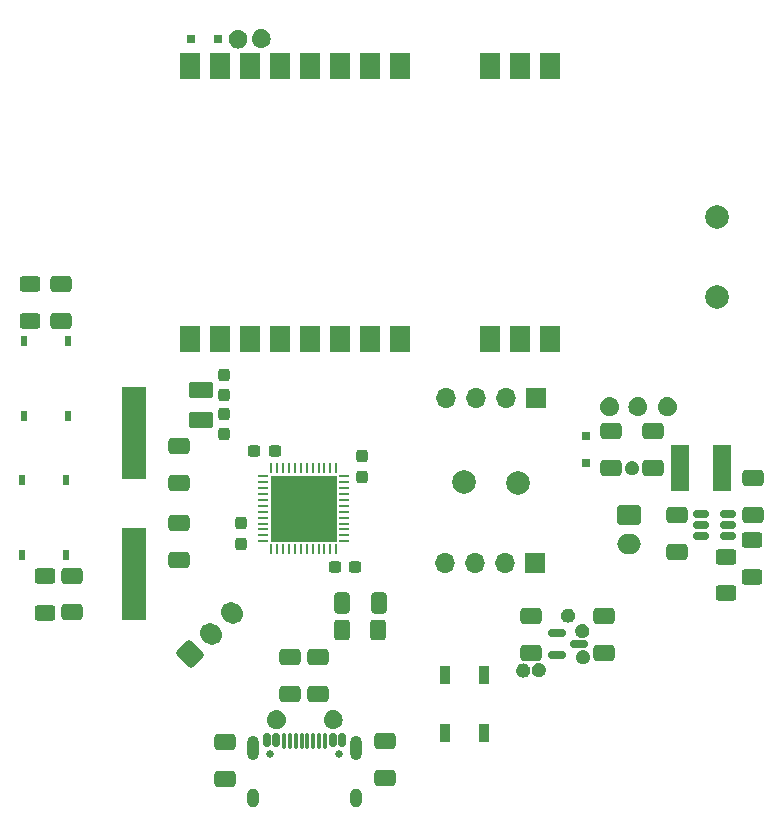
<source format=gts>
G04 #@! TF.GenerationSoftware,KiCad,Pcbnew,8.0.5*
G04 #@! TF.CreationDate,2025-03-07T10:13:00-08:00*
G04 #@! TF.ProjectId,Telemetry PCB V2,54656c65-6d65-4747-9279-205043422056,rev?*
G04 #@! TF.SameCoordinates,Original*
G04 #@! TF.FileFunction,Soldermask,Top*
G04 #@! TF.FilePolarity,Negative*
%FSLAX46Y46*%
G04 Gerber Fmt 4.6, Leading zero omitted, Abs format (unit mm)*
G04 Created by KiCad (PCBNEW 8.0.5) date 2025-03-07 10:13:00*
%MOMM*%
%LPD*%
G01*
G04 APERTURE LIST*
G04 Aperture macros list*
%AMRoundRect*
0 Rectangle with rounded corners*
0 $1 Rounding radius*
0 $2 $3 $4 $5 $6 $7 $8 $9 X,Y pos of 4 corners*
0 Add a 4 corners polygon primitive as box body*
4,1,4,$2,$3,$4,$5,$6,$7,$8,$9,$2,$3,0*
0 Add four circle primitives for the rounded corners*
1,1,$1+$1,$2,$3*
1,1,$1+$1,$4,$5*
1,1,$1+$1,$6,$7*
1,1,$1+$1,$8,$9*
0 Add four rect primitives between the rounded corners*
20,1,$1+$1,$2,$3,$4,$5,0*
20,1,$1+$1,$4,$5,$6,$7,0*
20,1,$1+$1,$6,$7,$8,$9,0*
20,1,$1+$1,$8,$9,$2,$3,0*%
%AMHorizOval*
0 Thick line with rounded ends*
0 $1 width*
0 $2 $3 position (X,Y) of the first rounded end (center of the circle)*
0 $4 $5 position (X,Y) of the second rounded end (center of the circle)*
0 Add line between two ends*
20,1,$1,$2,$3,$4,$5,0*
0 Add two circle primitives to create the rounded ends*
1,1,$1,$2,$3*
1,1,$1,$4,$5*%
G04 Aperture macros list end*
%ADD10RoundRect,0.250000X0.650000X-0.412500X0.650000X0.412500X-0.650000X0.412500X-0.650000X-0.412500X0*%
%ADD11RoundRect,0.062500X-0.375000X-0.062500X0.375000X-0.062500X0.375000X0.062500X-0.375000X0.062500X0*%
%ADD12RoundRect,0.062500X-0.062500X-0.375000X0.062500X-0.375000X0.062500X0.375000X-0.062500X0.375000X0*%
%ADD13R,5.600000X5.600000*%
%ADD14R,0.711200X0.711200*%
%ADD15RoundRect,0.250000X-0.625000X0.400000X-0.625000X-0.400000X0.625000X-0.400000X0.625000X0.400000X0*%
%ADD16RoundRect,0.237500X0.237500X-0.300000X0.237500X0.300000X-0.237500X0.300000X-0.237500X-0.300000X0*%
%ADD17C,0.650000*%
%ADD18RoundRect,0.150000X-0.150000X-0.435000X0.150000X-0.435000X0.150000X0.435000X-0.150000X0.435000X0*%
%ADD19RoundRect,0.150000X-0.150000X-0.447500X0.150000X-0.447500X0.150000X0.447500X-0.150000X0.447500X0*%
%ADD20RoundRect,0.075000X-0.075000X-0.575000X0.075000X-0.575000X0.075000X0.575000X-0.075000X0.575000X0*%
%ADD21O,1.000000X2.100000*%
%ADD22O,1.000000X1.600000*%
%ADD23C,2.000000*%
%ADD24RoundRect,0.250000X-0.650000X0.412500X-0.650000X-0.412500X0.650000X-0.412500X0.650000X0.412500X0*%
%ADD25R,1.498600X3.987800*%
%ADD26R,1.700000X1.700000*%
%ADD27O,1.700000X1.700000*%
%ADD28RoundRect,0.250000X0.625000X-0.400000X0.625000X0.400000X-0.625000X0.400000X-0.625000X-0.400000X0*%
%ADD29RoundRect,0.237500X-0.237500X0.300000X-0.237500X-0.300000X0.237500X-0.300000X0.237500X0.300000X0*%
%ADD30RoundRect,0.102000X0.755000X-1.040000X0.755000X1.040000X-0.755000X1.040000X-0.755000X-1.040000X0*%
%ADD31R,0.558800X0.950500*%
%ADD32RoundRect,0.150000X-0.587500X-0.150000X0.587500X-0.150000X0.587500X0.150000X-0.587500X0.150000X0*%
%ADD33RoundRect,0.250000X0.400000X0.625000X-0.400000X0.625000X-0.400000X-0.625000X0.400000X-0.625000X0*%
%ADD34RoundRect,0.102000X-0.950000X0.550000X-0.950000X-0.550000X0.950000X-0.550000X0.950000X0.550000X0*%
%ADD35R,2.000000X7.875000*%
%ADD36RoundRect,0.237500X-0.300000X-0.237500X0.300000X-0.237500X0.300000X0.237500X-0.300000X0.237500X0*%
%ADD37RoundRect,0.237500X0.300000X0.237500X-0.300000X0.237500X-0.300000X-0.237500X0.300000X-0.237500X0*%
%ADD38RoundRect,0.250000X0.412500X0.650000X-0.412500X0.650000X-0.412500X-0.650000X0.412500X-0.650000X0*%
%ADD39RoundRect,0.150000X-0.512500X-0.150000X0.512500X-0.150000X0.512500X0.150000X-0.512500X0.150000X0*%
%ADD40RoundRect,0.250000X0.088388X-0.936916X0.936916X-0.088388X-0.088388X0.936916X-0.936916X0.088388X0*%
%ADD41HorizOval,1.700000X-0.088388X0.088388X0.088388X-0.088388X0*%
%ADD42RoundRect,0.090000X0.360000X-0.660000X0.360000X0.660000X-0.360000X0.660000X-0.360000X-0.660000X0*%
%ADD43RoundRect,0.250000X-0.750000X0.600000X-0.750000X-0.600000X0.750000X-0.600000X0.750000X0.600000X0*%
%ADD44O,2.000000X1.700000*%
G04 APERTURE END LIST*
D10*
X169875000Y-103579999D03*
X169875000Y-100454999D03*
D11*
X147175000Y-88610000D03*
X147175000Y-89110000D03*
X147175000Y-89610000D03*
X147175000Y-90110000D03*
X147175000Y-90610000D03*
X147175000Y-91110000D03*
X147175000Y-91610000D03*
X147175000Y-92110000D03*
X147175000Y-92610000D03*
X147175000Y-93110000D03*
X147175000Y-93610000D03*
X147175000Y-94110000D03*
D12*
X147862500Y-94797500D03*
X148362500Y-94797500D03*
X148862500Y-94797500D03*
X149362500Y-94797500D03*
X149862500Y-94797500D03*
X150362500Y-94797500D03*
X150862500Y-94797500D03*
X151362500Y-94797500D03*
X151862500Y-94797500D03*
X152362500Y-94797500D03*
X152862500Y-94797500D03*
X153362500Y-94797500D03*
D11*
X154050000Y-94110000D03*
X154050000Y-93610000D03*
X154050000Y-93110000D03*
X154050000Y-92610000D03*
X154050000Y-92110000D03*
X154050000Y-91610000D03*
X154050000Y-91110000D03*
X154050000Y-90610000D03*
X154050000Y-90110000D03*
X154050000Y-89610000D03*
X154050000Y-89110000D03*
X154050000Y-88610000D03*
D12*
X153362500Y-87922500D03*
X152862500Y-87922500D03*
X152362500Y-87922500D03*
X151862500Y-87922500D03*
X151362500Y-87922500D03*
X150862500Y-87922500D03*
X150362500Y-87922500D03*
X149862500Y-87922500D03*
X149362500Y-87922500D03*
X148862500Y-87922500D03*
X148362500Y-87922500D03*
X147862500Y-87922500D03*
D13*
X150612500Y-91360000D03*
D14*
X143330000Y-51550000D03*
X141044000Y-51550000D03*
D10*
X143925000Y-114200000D03*
X143925000Y-111075000D03*
D15*
X188590000Y-93989999D03*
X188590000Y-97090001D03*
D16*
X145288000Y-94308001D03*
X145288000Y-92583001D03*
D17*
X147785000Y-112150000D03*
X153565000Y-112150000D03*
D18*
X147475000Y-110945000D03*
D19*
X148275000Y-110957500D03*
D20*
X149425000Y-111010000D03*
X150425000Y-111010000D03*
X150925000Y-111010000D03*
X151925000Y-111010000D03*
D19*
X153075000Y-110957500D03*
D18*
X153875000Y-110945000D03*
X153875000Y-110945000D03*
D19*
X153075000Y-110957500D03*
D20*
X152425000Y-111010000D03*
X151425000Y-111010000D03*
X149925000Y-111010000D03*
X148925000Y-111010000D03*
D19*
X148275000Y-110957500D03*
D18*
X147475000Y-110945000D03*
D21*
X146355000Y-111650000D03*
D22*
X146355000Y-115830000D03*
D21*
X154995000Y-111650000D03*
D22*
X154995000Y-115830000D03*
D23*
X168770000Y-89190000D03*
D24*
X130990000Y-97010000D03*
X130990000Y-100135000D03*
X149480000Y-103875000D03*
X149480000Y-107000000D03*
D10*
X157450000Y-114180000D03*
X157450000Y-111055000D03*
D25*
X186025000Y-87900000D03*
X182443600Y-87900000D03*
D26*
X170256396Y-82010000D03*
D27*
X167716396Y-82010000D03*
X165176396Y-82010000D03*
X162636396Y-82010000D03*
D28*
X128720000Y-100160000D03*
X128720000Y-97060000D03*
D10*
X188620000Y-91870000D03*
X188620000Y-88745000D03*
D29*
X143870000Y-83315002D03*
X143870000Y-85040002D03*
D30*
X171425000Y-53857500D03*
X168885000Y-53857500D03*
X166345000Y-53857500D03*
X158745000Y-53857500D03*
X156205000Y-53857500D03*
X153665000Y-53857500D03*
X151125000Y-53857500D03*
X148585000Y-53857500D03*
X146045000Y-53857500D03*
X143505000Y-53857500D03*
X140965000Y-53857500D03*
X140965000Y-77007500D03*
X143505000Y-77007500D03*
X146045000Y-77007500D03*
X148585000Y-77007500D03*
X151125000Y-77007500D03*
X153665000Y-77007500D03*
X156205000Y-77007500D03*
X158745000Y-77007500D03*
X166345000Y-77007500D03*
X168885000Y-77007500D03*
X171425000Y-77007500D03*
D31*
X126750002Y-95270698D03*
X130450000Y-95270698D03*
X130450000Y-88910000D03*
X126750002Y-88910000D03*
D32*
X172049999Y-101839999D03*
X172049999Y-103739999D03*
X173925000Y-102789999D03*
D24*
X130049999Y-72357849D03*
X130049999Y-75482849D03*
D33*
X156925000Y-101600000D03*
X153825000Y-101600000D03*
D34*
X141910000Y-81320001D03*
X141910000Y-83820001D03*
D35*
X136275000Y-84974999D03*
X136275000Y-96849999D03*
D36*
X153214999Y-96266000D03*
X154939999Y-96266000D03*
D29*
X155575000Y-86920999D03*
X155575000Y-88645999D03*
D10*
X140075000Y-89150000D03*
X140075000Y-86025000D03*
D15*
X186320000Y-95400000D03*
X186320000Y-98500002D03*
D37*
X148156001Y-86487000D03*
X146431001Y-86487000D03*
D29*
X143860000Y-80015002D03*
X143860000Y-81740002D03*
D26*
X170220000Y-95970000D03*
D27*
X167680000Y-95970000D03*
X165140001Y-95970000D03*
X162600000Y-95970000D03*
D14*
X174501400Y-85193601D03*
X174501400Y-87479601D03*
D10*
X180172501Y-87904601D03*
X180172501Y-84779601D03*
D38*
X156950000Y-99300000D03*
X153825000Y-99300000D03*
D24*
X140075000Y-92550000D03*
X140075000Y-95675000D03*
D31*
X130609999Y-77129651D03*
X126910001Y-77129651D03*
X126910001Y-83490349D03*
X130609999Y-83490349D03*
D39*
X184253899Y-91799600D03*
X184253899Y-92749600D03*
X184253899Y-93699600D03*
X186528899Y-93699600D03*
X186528899Y-92749600D03*
X186528899Y-91799600D03*
D24*
X151800000Y-103875000D03*
X151800000Y-107000000D03*
D40*
X140964466Y-103685534D03*
D41*
X142732233Y-101917767D03*
X144500000Y-100150000D03*
D42*
X162550000Y-110325000D03*
X165850000Y-110325000D03*
X165850000Y-105425000D03*
X162550000Y-105425000D03*
D15*
X127399999Y-72350349D03*
X127399999Y-75450349D03*
D10*
X176620000Y-87904601D03*
X176620000Y-84779601D03*
D23*
X164170000Y-89120000D03*
D10*
X182178899Y-95004601D03*
X182178899Y-91879601D03*
X176065000Y-103550000D03*
X176065000Y-100425000D03*
D23*
X185580000Y-73410000D03*
X185630000Y-66660000D03*
D43*
X178178899Y-91879602D03*
D44*
X178178899Y-94379602D03*
G36*
X181564130Y-81918493D02*
G01*
X181591201Y-81924671D01*
X181733921Y-81974611D01*
X181758938Y-81986659D01*
X181886963Y-82067102D01*
X181908672Y-82084415D01*
X182015584Y-82191327D01*
X182032897Y-82213036D01*
X182113340Y-82341061D01*
X182125388Y-82366078D01*
X182175328Y-82508798D01*
X182181506Y-82535869D01*
X182198435Y-82686116D01*
X182198435Y-82713884D01*
X182181506Y-82864130D01*
X182175328Y-82891201D01*
X182125388Y-83033921D01*
X182113340Y-83058938D01*
X182032897Y-83186963D01*
X182015584Y-83208672D01*
X181908672Y-83315584D01*
X181886963Y-83332897D01*
X181758938Y-83413340D01*
X181733921Y-83425388D01*
X181591201Y-83475328D01*
X181564130Y-83481506D01*
X181413884Y-83498435D01*
X181386116Y-83498435D01*
X181235869Y-83481506D01*
X181208798Y-83475328D01*
X181066078Y-83425388D01*
X181041061Y-83413340D01*
X180913036Y-83332897D01*
X180891327Y-83315584D01*
X180784415Y-83208672D01*
X180767102Y-83186963D01*
X180686659Y-83058938D01*
X180674611Y-83033921D01*
X180624671Y-82891201D01*
X180618493Y-82864130D01*
X180601564Y-82713884D01*
X180601564Y-82686116D01*
X180618493Y-82535869D01*
X180624671Y-82508798D01*
X180674611Y-82366078D01*
X180686659Y-82341061D01*
X180767102Y-82213036D01*
X180784415Y-82191327D01*
X180891327Y-82084415D01*
X180913036Y-82067102D01*
X181041061Y-81986659D01*
X181066078Y-81974611D01*
X181208798Y-81924671D01*
X181235869Y-81918493D01*
X181386116Y-81901564D01*
X181413884Y-81901564D01*
X181564130Y-81918493D01*
G37*
G36*
X173139107Y-99818314D02*
G01*
X173170374Y-99826692D01*
X173284917Y-99874137D01*
X173312950Y-99890322D01*
X173411312Y-99965797D01*
X173434202Y-99988687D01*
X173509677Y-100087049D01*
X173525862Y-100115082D01*
X173573307Y-100229625D01*
X173581685Y-100260892D01*
X173597869Y-100383814D01*
X173597869Y-100416186D01*
X173581685Y-100539107D01*
X173573307Y-100570374D01*
X173525862Y-100684917D01*
X173509677Y-100712950D01*
X173434202Y-100811312D01*
X173411312Y-100834202D01*
X173312950Y-100909677D01*
X173284917Y-100925862D01*
X173170374Y-100973307D01*
X173139107Y-100981685D01*
X173016186Y-100997869D01*
X172983814Y-100997869D01*
X172860892Y-100981685D01*
X172829625Y-100973307D01*
X172715082Y-100925862D01*
X172687049Y-100909677D01*
X172588687Y-100834202D01*
X172565797Y-100811312D01*
X172490322Y-100712950D01*
X172474137Y-100684917D01*
X172426692Y-100570374D01*
X172418314Y-100539107D01*
X172402130Y-100416186D01*
X172402130Y-100383814D01*
X172418314Y-100260892D01*
X172426692Y-100229625D01*
X172474137Y-100115082D01*
X172490322Y-100087049D01*
X172565797Y-99988687D01*
X172588687Y-99965797D01*
X172687049Y-99890322D01*
X172715082Y-99874137D01*
X172829625Y-99826692D01*
X172860892Y-99818314D01*
X172983814Y-99802130D01*
X173016186Y-99802130D01*
X173139107Y-99818314D01*
G37*
G36*
X174339107Y-101118314D02*
G01*
X174370374Y-101126692D01*
X174484917Y-101174137D01*
X174512950Y-101190322D01*
X174611312Y-101265797D01*
X174634202Y-101288687D01*
X174709677Y-101387049D01*
X174725862Y-101415082D01*
X174773307Y-101529625D01*
X174781685Y-101560892D01*
X174797869Y-101683814D01*
X174797869Y-101716186D01*
X174781685Y-101839107D01*
X174773307Y-101870374D01*
X174725862Y-101984917D01*
X174709677Y-102012950D01*
X174634202Y-102111312D01*
X174611312Y-102134202D01*
X174512950Y-102209677D01*
X174484917Y-102225862D01*
X174370374Y-102273307D01*
X174339107Y-102281685D01*
X174216186Y-102297869D01*
X174183814Y-102297869D01*
X174060892Y-102281685D01*
X174029625Y-102273307D01*
X173915082Y-102225862D01*
X173887049Y-102209677D01*
X173788687Y-102134202D01*
X173765797Y-102111312D01*
X173690322Y-102012950D01*
X173674137Y-101984917D01*
X173626692Y-101870374D01*
X173618314Y-101839107D01*
X173602130Y-101716186D01*
X173602130Y-101683814D01*
X173618314Y-101560892D01*
X173626692Y-101529625D01*
X173674137Y-101415082D01*
X173690322Y-101387049D01*
X173765797Y-101288687D01*
X173788687Y-101265797D01*
X173887049Y-101190322D01*
X173915082Y-101174137D01*
X174029625Y-101126692D01*
X174060892Y-101118314D01*
X174183814Y-101102130D01*
X174216186Y-101102130D01*
X174339107Y-101118314D01*
G37*
G36*
X178539107Y-87318314D02*
G01*
X178570374Y-87326692D01*
X178684917Y-87374137D01*
X178712950Y-87390322D01*
X178811312Y-87465797D01*
X178834202Y-87488687D01*
X178909677Y-87587049D01*
X178925862Y-87615082D01*
X178973307Y-87729625D01*
X178981685Y-87760892D01*
X178997869Y-87883814D01*
X178997869Y-87916186D01*
X178981685Y-88039107D01*
X178973307Y-88070374D01*
X178925862Y-88184917D01*
X178909677Y-88212950D01*
X178834202Y-88311312D01*
X178811312Y-88334202D01*
X178712950Y-88409677D01*
X178684917Y-88425862D01*
X178570374Y-88473307D01*
X178539107Y-88481685D01*
X178416186Y-88497869D01*
X178383814Y-88497869D01*
X178260892Y-88481685D01*
X178229625Y-88473307D01*
X178115082Y-88425862D01*
X178087049Y-88409677D01*
X177988687Y-88334202D01*
X177965797Y-88311312D01*
X177890322Y-88212950D01*
X177874137Y-88184917D01*
X177826692Y-88070374D01*
X177818314Y-88039107D01*
X177802130Y-87916186D01*
X177802130Y-87883814D01*
X177818314Y-87760892D01*
X177826692Y-87729625D01*
X177874137Y-87615082D01*
X177890322Y-87587049D01*
X177965797Y-87488687D01*
X177988687Y-87465797D01*
X178087049Y-87390322D01*
X178115082Y-87374137D01*
X178229625Y-87326692D01*
X178260892Y-87318314D01*
X178383814Y-87302130D01*
X178416186Y-87302130D01*
X178539107Y-87318314D01*
G37*
G36*
X148464130Y-108418493D02*
G01*
X148491201Y-108424671D01*
X148633921Y-108474611D01*
X148658938Y-108486659D01*
X148786963Y-108567102D01*
X148808672Y-108584415D01*
X148915584Y-108691327D01*
X148932897Y-108713036D01*
X149013340Y-108841061D01*
X149025388Y-108866078D01*
X149075328Y-109008798D01*
X149081506Y-109035869D01*
X149098435Y-109186116D01*
X149098435Y-109213884D01*
X149081506Y-109364130D01*
X149075328Y-109391201D01*
X149025388Y-109533921D01*
X149013340Y-109558938D01*
X148932897Y-109686963D01*
X148915584Y-109708672D01*
X148808672Y-109815584D01*
X148786963Y-109832897D01*
X148658938Y-109913340D01*
X148633921Y-109925388D01*
X148491201Y-109975328D01*
X148464130Y-109981506D01*
X148313884Y-109998435D01*
X148286116Y-109998435D01*
X148135869Y-109981506D01*
X148108798Y-109975328D01*
X147966078Y-109925388D01*
X147941061Y-109913340D01*
X147813036Y-109832897D01*
X147791327Y-109815584D01*
X147684415Y-109708672D01*
X147667102Y-109686963D01*
X147586659Y-109558938D01*
X147574611Y-109533921D01*
X147524671Y-109391201D01*
X147518493Y-109364130D01*
X147501564Y-109213884D01*
X147501564Y-109186116D01*
X147518493Y-109035869D01*
X147524671Y-109008798D01*
X147574611Y-108866078D01*
X147586659Y-108841061D01*
X147667102Y-108713036D01*
X147684415Y-108691327D01*
X147791327Y-108584415D01*
X147813036Y-108567102D01*
X147941061Y-108486659D01*
X147966078Y-108474611D01*
X148108798Y-108424671D01*
X148135869Y-108418493D01*
X148286116Y-108401564D01*
X148313884Y-108401564D01*
X148464130Y-108418493D01*
G37*
G36*
X170639107Y-104418314D02*
G01*
X170670374Y-104426692D01*
X170784917Y-104474137D01*
X170812950Y-104490322D01*
X170911312Y-104565797D01*
X170934202Y-104588687D01*
X171009677Y-104687049D01*
X171025862Y-104715082D01*
X171073307Y-104829625D01*
X171081685Y-104860892D01*
X171097869Y-104983814D01*
X171097869Y-105016186D01*
X171081685Y-105139107D01*
X171073307Y-105170374D01*
X171025862Y-105284917D01*
X171009677Y-105312950D01*
X170934202Y-105411312D01*
X170911312Y-105434202D01*
X170812950Y-105509677D01*
X170784917Y-105525862D01*
X170670374Y-105573307D01*
X170639107Y-105581685D01*
X170516186Y-105597869D01*
X170483814Y-105597869D01*
X170360892Y-105581685D01*
X170329625Y-105573307D01*
X170215082Y-105525862D01*
X170187049Y-105509677D01*
X170088687Y-105434202D01*
X170065797Y-105411312D01*
X169990322Y-105312950D01*
X169974137Y-105284917D01*
X169926692Y-105170374D01*
X169918314Y-105139107D01*
X169902130Y-105016186D01*
X169902130Y-104983814D01*
X169918314Y-104860892D01*
X169926692Y-104829625D01*
X169974137Y-104715082D01*
X169990322Y-104687049D01*
X170065797Y-104588687D01*
X170088687Y-104565797D01*
X170187049Y-104490322D01*
X170215082Y-104474137D01*
X170329625Y-104426692D01*
X170360892Y-104418314D01*
X170483814Y-104402130D01*
X170516186Y-104402130D01*
X170639107Y-104418314D01*
G37*
G36*
X145214130Y-50818493D02*
G01*
X145241201Y-50824671D01*
X145383921Y-50874611D01*
X145408938Y-50886659D01*
X145536963Y-50967102D01*
X145558672Y-50984415D01*
X145665584Y-51091327D01*
X145682897Y-51113036D01*
X145763340Y-51241061D01*
X145775388Y-51266078D01*
X145825328Y-51408798D01*
X145831506Y-51435869D01*
X145848435Y-51586116D01*
X145848435Y-51613884D01*
X145831506Y-51764130D01*
X145825328Y-51791201D01*
X145775388Y-51933921D01*
X145763340Y-51958938D01*
X145682897Y-52086963D01*
X145665584Y-52108672D01*
X145558672Y-52215584D01*
X145536963Y-52232897D01*
X145408938Y-52313340D01*
X145383921Y-52325388D01*
X145241201Y-52375328D01*
X145214130Y-52381506D01*
X145063884Y-52398435D01*
X145036116Y-52398435D01*
X144885869Y-52381506D01*
X144858798Y-52375328D01*
X144716078Y-52325388D01*
X144691061Y-52313340D01*
X144563036Y-52232897D01*
X144541327Y-52215584D01*
X144434415Y-52108672D01*
X144417102Y-52086963D01*
X144336659Y-51958938D01*
X144324611Y-51933921D01*
X144274671Y-51791201D01*
X144268493Y-51764130D01*
X144251564Y-51613884D01*
X144251564Y-51586116D01*
X144268493Y-51435869D01*
X144274671Y-51408798D01*
X144324611Y-51266078D01*
X144336659Y-51241061D01*
X144417102Y-51113036D01*
X144434415Y-51091327D01*
X144541327Y-50984415D01*
X144563036Y-50967102D01*
X144691061Y-50886659D01*
X144716078Y-50874611D01*
X144858798Y-50824671D01*
X144885869Y-50818493D01*
X145036116Y-50801564D01*
X145063884Y-50801564D01*
X145214130Y-50818493D01*
G37*
G36*
X169339107Y-104468314D02*
G01*
X169370374Y-104476692D01*
X169484917Y-104524137D01*
X169512950Y-104540322D01*
X169611312Y-104615797D01*
X169634202Y-104638687D01*
X169709677Y-104737049D01*
X169725862Y-104765082D01*
X169773307Y-104879625D01*
X169781685Y-104910892D01*
X169797869Y-105033814D01*
X169797869Y-105066186D01*
X169781685Y-105189107D01*
X169773307Y-105220374D01*
X169725862Y-105334917D01*
X169709677Y-105362950D01*
X169634202Y-105461312D01*
X169611312Y-105484202D01*
X169512950Y-105559677D01*
X169484917Y-105575862D01*
X169370374Y-105623307D01*
X169339107Y-105631685D01*
X169216186Y-105647869D01*
X169183814Y-105647869D01*
X169060892Y-105631685D01*
X169029625Y-105623307D01*
X168915082Y-105575862D01*
X168887049Y-105559677D01*
X168788687Y-105484202D01*
X168765797Y-105461312D01*
X168690322Y-105362950D01*
X168674137Y-105334917D01*
X168626692Y-105220374D01*
X168618314Y-105189107D01*
X168602130Y-105066186D01*
X168602130Y-105033814D01*
X168618314Y-104910892D01*
X168626692Y-104879625D01*
X168674137Y-104765082D01*
X168690322Y-104737049D01*
X168765797Y-104638687D01*
X168788687Y-104615797D01*
X168887049Y-104540322D01*
X168915082Y-104524137D01*
X169029625Y-104476692D01*
X169060892Y-104468314D01*
X169183814Y-104452130D01*
X169216186Y-104452130D01*
X169339107Y-104468314D01*
G37*
G36*
X153264130Y-108418493D02*
G01*
X153291201Y-108424671D01*
X153433921Y-108474611D01*
X153458938Y-108486659D01*
X153586963Y-108567102D01*
X153608672Y-108584415D01*
X153715584Y-108691327D01*
X153732897Y-108713036D01*
X153813340Y-108841061D01*
X153825388Y-108866078D01*
X153875328Y-109008798D01*
X153881506Y-109035869D01*
X153898435Y-109186116D01*
X153898435Y-109213884D01*
X153881506Y-109364130D01*
X153875328Y-109391201D01*
X153825388Y-109533921D01*
X153813340Y-109558938D01*
X153732897Y-109686963D01*
X153715584Y-109708672D01*
X153608672Y-109815584D01*
X153586963Y-109832897D01*
X153458938Y-109913340D01*
X153433921Y-109925388D01*
X153291201Y-109975328D01*
X153264130Y-109981506D01*
X153113884Y-109998435D01*
X153086116Y-109998435D01*
X152935869Y-109981506D01*
X152908798Y-109975328D01*
X152766078Y-109925388D01*
X152741061Y-109913340D01*
X152613036Y-109832897D01*
X152591327Y-109815584D01*
X152484415Y-109708672D01*
X152467102Y-109686963D01*
X152386659Y-109558938D01*
X152374611Y-109533921D01*
X152324671Y-109391201D01*
X152318493Y-109364130D01*
X152301564Y-109213884D01*
X152301564Y-109186116D01*
X152318493Y-109035869D01*
X152324671Y-109008798D01*
X152374611Y-108866078D01*
X152386659Y-108841061D01*
X152467102Y-108713036D01*
X152484415Y-108691327D01*
X152591327Y-108584415D01*
X152613036Y-108567102D01*
X152741061Y-108486659D01*
X152766078Y-108474611D01*
X152908798Y-108424671D01*
X152935869Y-108418493D01*
X153086116Y-108401564D01*
X153113884Y-108401564D01*
X153264130Y-108418493D01*
G37*
G36*
X179064130Y-81918493D02*
G01*
X179091201Y-81924671D01*
X179233921Y-81974611D01*
X179258938Y-81986659D01*
X179386963Y-82067102D01*
X179408672Y-82084415D01*
X179515584Y-82191327D01*
X179532897Y-82213036D01*
X179613340Y-82341061D01*
X179625388Y-82366078D01*
X179675328Y-82508798D01*
X179681506Y-82535869D01*
X179698435Y-82686116D01*
X179698435Y-82713884D01*
X179681506Y-82864130D01*
X179675328Y-82891201D01*
X179625388Y-83033921D01*
X179613340Y-83058938D01*
X179532897Y-83186963D01*
X179515584Y-83208672D01*
X179408672Y-83315584D01*
X179386963Y-83332897D01*
X179258938Y-83413340D01*
X179233921Y-83425388D01*
X179091201Y-83475328D01*
X179064130Y-83481506D01*
X178913884Y-83498435D01*
X178886116Y-83498435D01*
X178735869Y-83481506D01*
X178708798Y-83475328D01*
X178566078Y-83425388D01*
X178541061Y-83413340D01*
X178413036Y-83332897D01*
X178391327Y-83315584D01*
X178284415Y-83208672D01*
X178267102Y-83186963D01*
X178186659Y-83058938D01*
X178174611Y-83033921D01*
X178124671Y-82891201D01*
X178118493Y-82864130D01*
X178101564Y-82713884D01*
X178101564Y-82686116D01*
X178118493Y-82535869D01*
X178124671Y-82508798D01*
X178174611Y-82366078D01*
X178186659Y-82341061D01*
X178267102Y-82213036D01*
X178284415Y-82191327D01*
X178391327Y-82084415D01*
X178413036Y-82067102D01*
X178541061Y-81986659D01*
X178566078Y-81974611D01*
X178708798Y-81924671D01*
X178735869Y-81918493D01*
X178886116Y-81901564D01*
X178913884Y-81901564D01*
X179064130Y-81918493D01*
G37*
G36*
X176664130Y-81918493D02*
G01*
X176691201Y-81924671D01*
X176833921Y-81974611D01*
X176858938Y-81986659D01*
X176986963Y-82067102D01*
X177008672Y-82084415D01*
X177115584Y-82191327D01*
X177132897Y-82213036D01*
X177213340Y-82341061D01*
X177225388Y-82366078D01*
X177275328Y-82508798D01*
X177281506Y-82535869D01*
X177298435Y-82686116D01*
X177298435Y-82713884D01*
X177281506Y-82864130D01*
X177275328Y-82891201D01*
X177225388Y-83033921D01*
X177213340Y-83058938D01*
X177132897Y-83186963D01*
X177115584Y-83208672D01*
X177008672Y-83315584D01*
X176986963Y-83332897D01*
X176858938Y-83413340D01*
X176833921Y-83425388D01*
X176691201Y-83475328D01*
X176664130Y-83481506D01*
X176513884Y-83498435D01*
X176486116Y-83498435D01*
X176335869Y-83481506D01*
X176308798Y-83475328D01*
X176166078Y-83425388D01*
X176141061Y-83413340D01*
X176013036Y-83332897D01*
X175991327Y-83315584D01*
X175884415Y-83208672D01*
X175867102Y-83186963D01*
X175786659Y-83058938D01*
X175774611Y-83033921D01*
X175724671Y-82891201D01*
X175718493Y-82864130D01*
X175701564Y-82713884D01*
X175701564Y-82686116D01*
X175718493Y-82535869D01*
X175724671Y-82508798D01*
X175774611Y-82366078D01*
X175786659Y-82341061D01*
X175867102Y-82213036D01*
X175884415Y-82191327D01*
X175991327Y-82084415D01*
X176013036Y-82067102D01*
X176141061Y-81986659D01*
X176166078Y-81974611D01*
X176308798Y-81924671D01*
X176335869Y-81918493D01*
X176486116Y-81901564D01*
X176513884Y-81901564D01*
X176664130Y-81918493D01*
G37*
G36*
X174389107Y-103318314D02*
G01*
X174420374Y-103326692D01*
X174534917Y-103374137D01*
X174562950Y-103390322D01*
X174661312Y-103465797D01*
X174684202Y-103488687D01*
X174759677Y-103587049D01*
X174775862Y-103615082D01*
X174823307Y-103729625D01*
X174831685Y-103760892D01*
X174847869Y-103883814D01*
X174847869Y-103916186D01*
X174831685Y-104039107D01*
X174823307Y-104070374D01*
X174775862Y-104184917D01*
X174759677Y-104212950D01*
X174684202Y-104311312D01*
X174661312Y-104334202D01*
X174562950Y-104409677D01*
X174534917Y-104425862D01*
X174420374Y-104473307D01*
X174389107Y-104481685D01*
X174266186Y-104497869D01*
X174233814Y-104497869D01*
X174110892Y-104481685D01*
X174079625Y-104473307D01*
X173965082Y-104425862D01*
X173937049Y-104409677D01*
X173838687Y-104334202D01*
X173815797Y-104311312D01*
X173740322Y-104212950D01*
X173724137Y-104184917D01*
X173676692Y-104070374D01*
X173668314Y-104039107D01*
X173652130Y-103916186D01*
X173652130Y-103883814D01*
X173668314Y-103760892D01*
X173676692Y-103729625D01*
X173724137Y-103615082D01*
X173740322Y-103587049D01*
X173815797Y-103488687D01*
X173838687Y-103465797D01*
X173937049Y-103390322D01*
X173965082Y-103374137D01*
X174079625Y-103326692D01*
X174110892Y-103318314D01*
X174233814Y-103302130D01*
X174266186Y-103302130D01*
X174389107Y-103318314D01*
G37*
G36*
X147164130Y-50768493D02*
G01*
X147191201Y-50774671D01*
X147333921Y-50824611D01*
X147358938Y-50836659D01*
X147486963Y-50917102D01*
X147508672Y-50934415D01*
X147615584Y-51041327D01*
X147632897Y-51063036D01*
X147713340Y-51191061D01*
X147725388Y-51216078D01*
X147775328Y-51358798D01*
X147781506Y-51385869D01*
X147798435Y-51536116D01*
X147798435Y-51563884D01*
X147781506Y-51714130D01*
X147775328Y-51741201D01*
X147725388Y-51883921D01*
X147713340Y-51908938D01*
X147632897Y-52036963D01*
X147615584Y-52058672D01*
X147508672Y-52165584D01*
X147486963Y-52182897D01*
X147358938Y-52263340D01*
X147333921Y-52275388D01*
X147191201Y-52325328D01*
X147164130Y-52331506D01*
X147013884Y-52348435D01*
X146986116Y-52348435D01*
X146835869Y-52331506D01*
X146808798Y-52325328D01*
X146666078Y-52275388D01*
X146641061Y-52263340D01*
X146513036Y-52182897D01*
X146491327Y-52165584D01*
X146384415Y-52058672D01*
X146367102Y-52036963D01*
X146286659Y-51908938D01*
X146274611Y-51883921D01*
X146224671Y-51741201D01*
X146218493Y-51714130D01*
X146201564Y-51563884D01*
X146201564Y-51536116D01*
X146218493Y-51385869D01*
X146224671Y-51358798D01*
X146274611Y-51216078D01*
X146286659Y-51191061D01*
X146367102Y-51063036D01*
X146384415Y-51041327D01*
X146491327Y-50934415D01*
X146513036Y-50917102D01*
X146641061Y-50836659D01*
X146666078Y-50824611D01*
X146808798Y-50774671D01*
X146835869Y-50768493D01*
X146986116Y-50751564D01*
X147013884Y-50751564D01*
X147164130Y-50768493D01*
G37*
M02*

</source>
